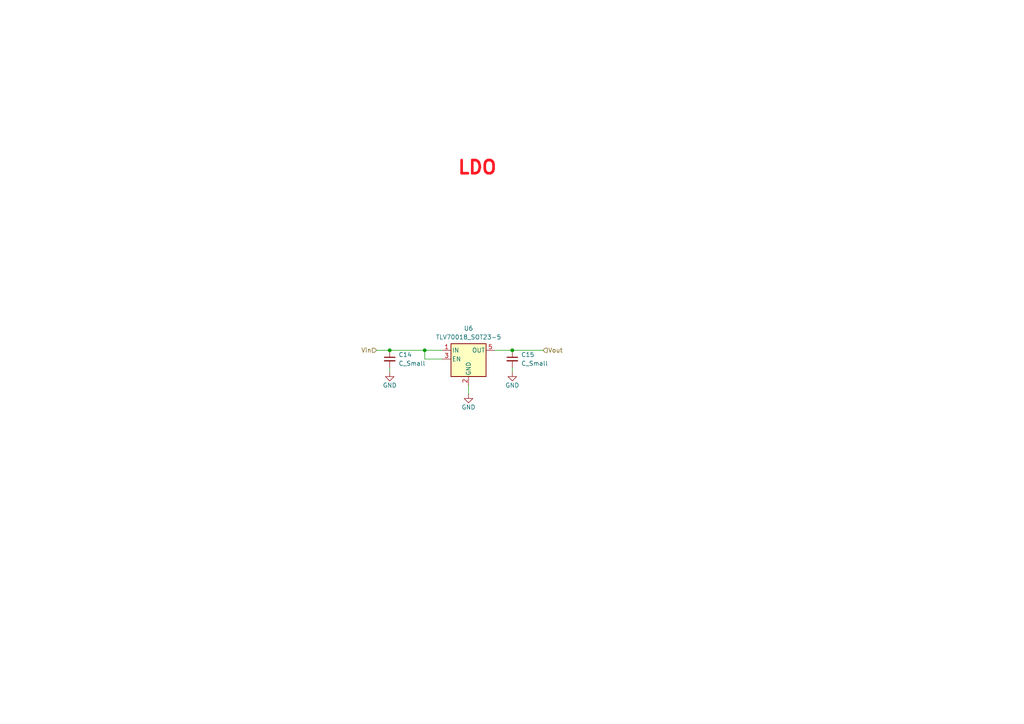
<source format=kicad_sch>
(kicad_sch (version 20250114) (generator "eeschema") (generator_version "9.0")
  (paper "A4")
  (lib_symbols
    (symbol "Device:C_Small" (pin_numbers (hide yes)) (pin_names (offset 0.254) (hide yes))
      (property "Reference" "C" (at 0.254 1.778 0))
      (property "Value" "C_Small" (at 0.254 -2.032 0))
      (symbol "C_Small_0_1"
        (polyline (pts (xy -1.524 0.508) (xy 1.524 0.508)) (stroke (width 0.3048)))
        (polyline (pts (xy -1.524 -0.508) (xy 1.524 -0.508)) (stroke (width 0.3302)))
      )
      (symbol "C_Small_1_1"
        (pin passive line (at 0 2.54 270) (length 2.032) (name "~") (number "1"))
        (pin passive line (at 0 -2.54 90) (length 2.032) (name "~") (number "2"))
      )
    )
    (symbol "Regulator_Linear:TLV70018_SOT23-5" (pin_names (offset 0.254))
      (property "Reference" "U" (at -3.81 5.715 0))
      (property "Value" "TLV70018_SOT23-5" (at 0 5.715 0))
      (symbol "TLV70018_SOT23-5_0_1"
        (rectangle (start -5.08 4.445) (end 5.08 -5.08) (stroke (width 0.254)) (fill (type background)))
      )
      (symbol "TLV70018_SOT23-5_1_1"
        (pin power_in line (at -7.62 2.54 0) (length 2.54) (name "IN") (number "1"))
        (pin input line (at -7.62 0 0) (length 2.54) (name "EN") (number "3"))
        (pin power_in line (at 0 -7.62 90) (length 2.54) (name "GND") (number "2"))
        (pin no_connect line (at 5.08 0 180) (length 2.54) (hide yes) (name "NC") (number "4"))
        (pin power_out line (at 7.62 2.54 180) (length 2.54) (name "OUT") (number "5"))
      )
    )
    (symbol "power:GND" (power) (pin_numbers (hide yes)) (pin_names (offset 0) (hide yes))
      (property "Value" "GND" (at 0 -3.81 0))
      (symbol "GND_0_1"
        (polyline (pts (xy 0 0) (xy 0 -1.27) (xy 1.27 -1.27) (xy 0 -2.54) (xy -1.27 -1.27) (xy 0 -1.27)))
      )
      (symbol "GND_1_1"
        (pin power_in line (at 0 0 270) (length 0) (name "~") (number "1"))
      )
    )
  )
  (text "LDO\n" (at 138.43 48.768 0) (effects (font (size 3.81 3.81) (thickness 0.762) (bold yes))))
  (junction (at 148.59 101.6))
  (junction (at 113.03 101.6))
  (junction (at 123.19 101.6))
  (wire (pts (xy 128.27 104.14) (xy 123.19 104.14)))
  (wire (pts (xy 109.22 101.6) (xy 113.03 101.6)))
  (wire (pts (xy 148.59 106.68) (xy 148.59 107.95)))
  (wire (pts (xy 123.19 101.6) (xy 128.27 101.6)))
  (wire (pts (xy 113.03 106.68) (xy 113.03 107.95)))
  (wire (pts (xy 148.59 101.6) (xy 157.48 101.6)))
  (wire (pts (xy 123.19 104.14) (xy 123.19 101.6)))
  (wire (pts (xy 135.89 111.76) (xy 135.89 114.3)))
  (wire (pts (xy 113.03 101.6) (xy 123.19 101.6)))
  (wire (pts (xy 143.51 101.6) (xy 148.59 101.6)))
  (hierarchical_label "Vin" (shape input) (at 109.22 101.6 180))
  (hierarchical_label "Vout" (shape input) (at 157.48 101.6 0))
  (symbol (lib_id "Device:C_Small") (at 148.59 104.14 0) (unit 1)
    (property "Reference" "C15" (at 151.13 102.8762 0) (effects (justify left)))
    (property "Value" "C_Small" (at 151.13 105.4162 0) (effects (justify left)))
    (property "Description" "Unpolarized capacitor, small symbol" (effects (hide yes)))
  )
  (symbol (lib_id "power:GND") (at 113.03 107.95 0) (unit 1)
    (property "Reference" "#PWR034" (effects (hide yes)))
    (property "Value" "GND" (at 113.03 111.76 0))
    (property "Description" "Power symbol creates a global label with name \"GND\" , ground" (effects (hide yes)))
  )
  (symbol (lib_id "Regulator_Linear:TLV70018_SOT23-5") (at 135.89 104.14 0) (unit 1)
    (property "Reference" "U6" (at 135.89 95.25 0))
    (property "Value" "TLV70018_SOT23-5" (at 135.89 97.79 0))
    (property "Footprint" "Package_TO_SOT_SMD:SOT-23-5" (effects (hide yes)))
    (property "Datasheet" "http://www.ti.com/lit/ds/symlink/tlv700.pdf" (effects (hide yes)))
    (property "Description" "200mA Low Dropout Voltage Regulator, Fixed Output 1.8V, SOT-23-5" (effects (hide yes)))
  )
  (symbol (lib_id "Device:C_Small") (at 113.03 104.14 0) (unit 1)
    (property "Reference" "C14" (at 115.57 102.8762 0) (effects (justify left)))
    (property "Value" "C_Small" (at 115.57 105.4162 0) (effects (justify left)))
    (property "Description" "Unpolarized capacitor, small symbol" (effects (hide yes)))
  )
  (symbol (lib_id "power:GND") (at 148.59 107.95 0) (unit 1)
    (property "Reference" "#PWR035" (effects (hide yes)))
    (property "Value" "GND" (at 148.59 111.76 0))
    (property "Description" "Power symbol creates a global label with name \"GND\" , ground" (effects (hide yes)))
  )
  (symbol (lib_id "power:GND") (at 135.89 114.3 0) (unit 1)
    (property "Reference" "#PWR024" (effects (hide yes)))
    (property "Value" "GND" (at 135.89 118.11 0))
    (property "Description" "Power symbol creates a global label with name \"GND\" , ground" (effects (hide yes)))
  )
)
</source>
